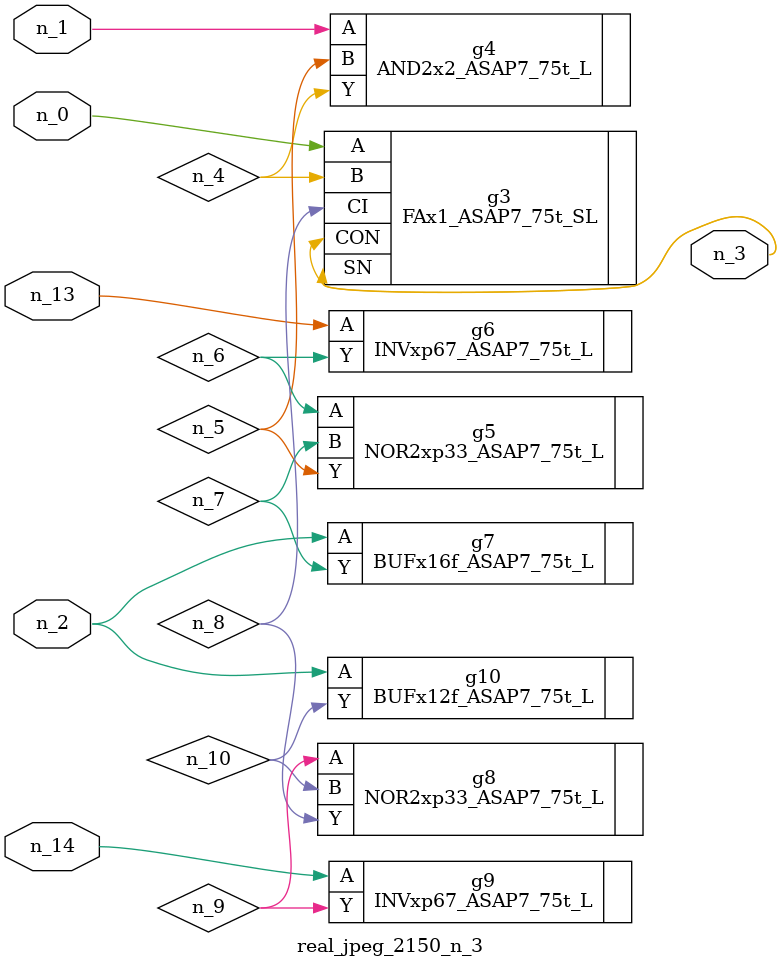
<source format=v>
module real_jpeg_2150_n_3 (n_0, n_1, n_14, n_2, n_13, n_3);

input n_0;
input n_1;
input n_14;
input n_2;
input n_13;

output n_3;

wire n_5;
wire n_8;
wire n_4;
wire n_6;
wire n_7;
wire n_10;
wire n_9;

FAx1_ASAP7_75t_SL g3 ( 
.A(n_0),
.B(n_4),
.CI(n_8),
.CON(n_3),
.SN(n_3)
);

AND2x2_ASAP7_75t_L g4 ( 
.A(n_1),
.B(n_5),
.Y(n_4)
);

BUFx16f_ASAP7_75t_L g7 ( 
.A(n_2),
.Y(n_7)
);

BUFx12f_ASAP7_75t_L g10 ( 
.A(n_2),
.Y(n_10)
);

NOR2xp33_ASAP7_75t_L g5 ( 
.A(n_6),
.B(n_7),
.Y(n_5)
);

NOR2xp33_ASAP7_75t_L g8 ( 
.A(n_9),
.B(n_10),
.Y(n_8)
);

INVxp67_ASAP7_75t_L g6 ( 
.A(n_13),
.Y(n_6)
);

INVxp67_ASAP7_75t_L g9 ( 
.A(n_14),
.Y(n_9)
);


endmodule
</source>
